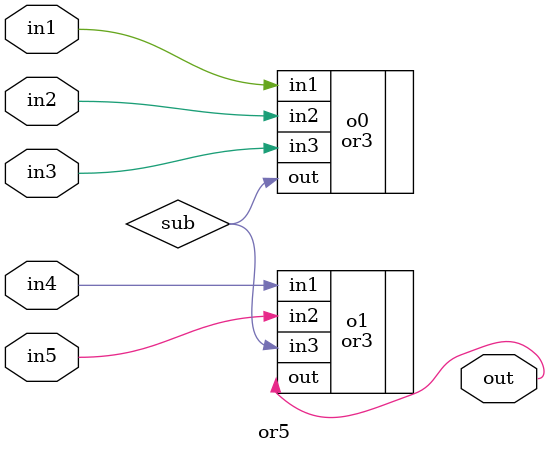
<source format=v>
/*
    CS/ECE 552 Spring '23
    Homework #1, Problem 2

    5 input OR
*/
`default_nettype none
module or5 (out,in1,in2, in3, in4, in5);
    output wire out;
    input wire in1,in2, in3, in4, in5;
    wire sub;
    or3 o0 (.out(sub), .in1(in1), .in2(in2), .in3(in3));
    or3 o1 (.out(out), .in1(in4), .in2(in5), .in3(sub));

endmodule
`default_nettype wire

</source>
